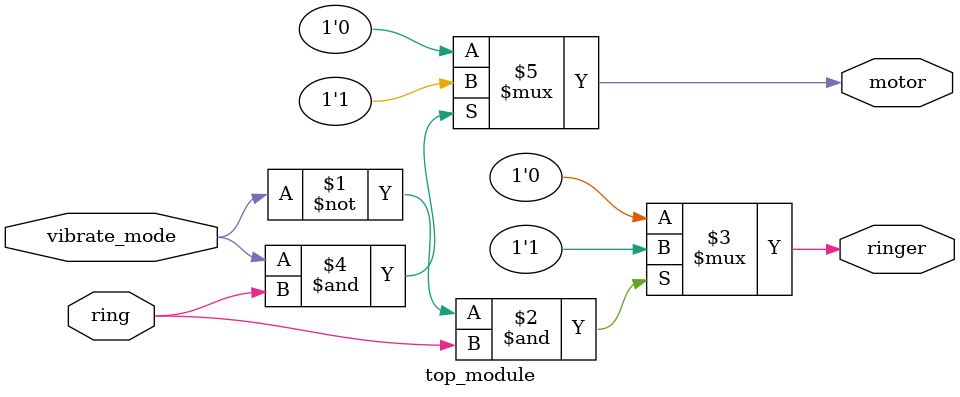
<source format=v>
module top_module (
    input ring,
    input vibrate_mode,
    output ringer,       // Make sound
    output motor         // Vibrate
);
    //  错误，if esle只能在块中使用
    // if (vibrate_mode) 
    //     assign motor = 1'b1;
    // else 
    //     assign ringer = 1'b0;

    assign ringer = ~vibrate_mode&ring ? 1'b1: 1'b0;
    assign motor = vibrate_mode&ring ? 1'b1: 1'b0;

endmodule

</source>
